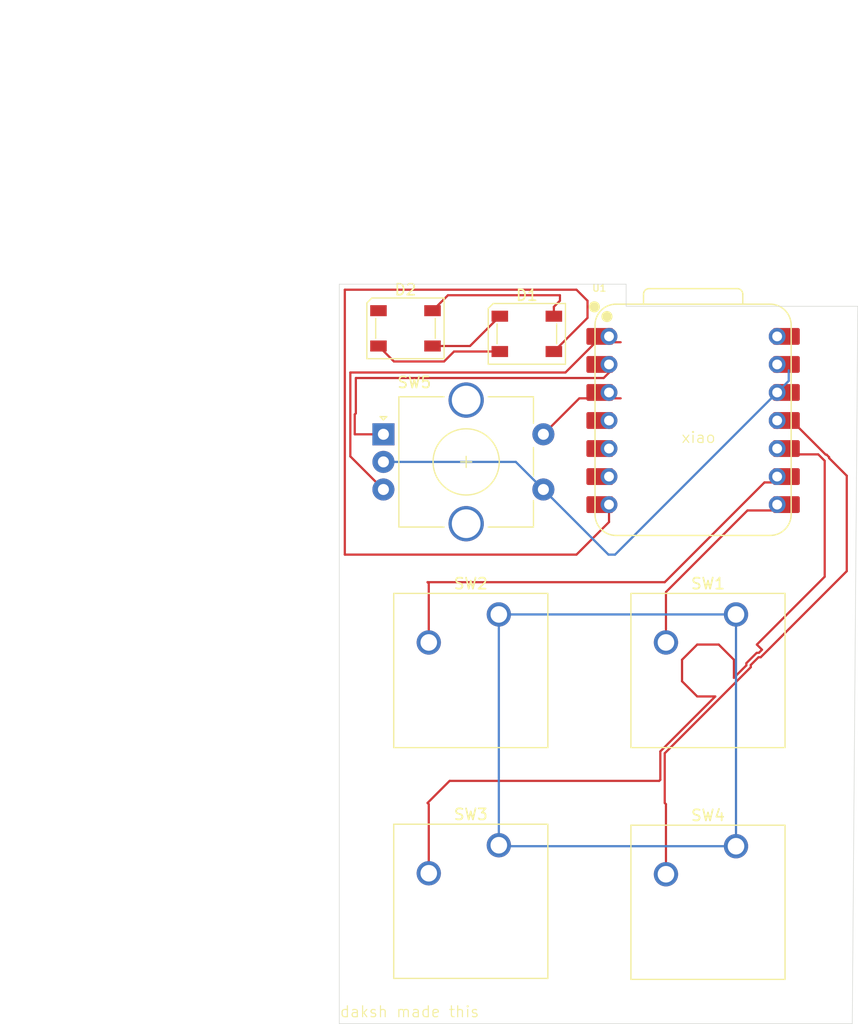
<source format=kicad_pcb>
(kicad_pcb (version 20241229) (generator "pcbnew") (generator_version "9.0")
  (layers (0 "F.Cu" signal) (2 "B.Cu" signal) (13 "F.Paste" user) (15 "B.Paste" user) (5 "F.SilkS" user "F.Silkscreen") (7 "B.SilkS" user "B.Silkscreen") (1 "F.Mask" user) (3 "B.Mask" user) (25 "Edge.Cuts" user))
  (net 0 "")
  (net 1 "Net-(D1-VSS)")
  (net 2 "+5V")
  (net 3 "Net-(D1-VDD)")
  (net 4 "GND")
  (net 6 "Net-(U1-GPIO1{slash}RX)")
  (net 7 "Net-(U1-GPIO2{slash}SCK)")
  (net 8 "Net-(U1-GPIO4{slash}MISO)")
  (net 9 "Net-(U1-GPIO3{slash}MOSI)")
  (net 10 "Net-(U1-GPIO27{slash}ADC1{slash}A1)")
  (net 11 "Net-(U1-GPIO28{slash}ADC2{slash}A2)")
  (net 12 "Net-(U1-GPIO26{slash}ADC0{slash}A0)")
  (net 13 "Net-(U1-GND)")
  (footprint "LED_SMD:LED_SK6812_PLCC4_5.0x5.0mm_P3.2mm" (layer "F.Cu") (at 119 68)
    (property "Reference" "D2" (at 0 -3.5 0) (layer "F.SilkS"))
    (property "Value" "SK6812")
    (fp_line (start -3.5 -2.3) (end -3.5 2.75) (stroke (width 0.12)) (layer "F.SilkS"))
    (fp_line (start -3.05 -2.75) (end -3.5 -2.3) (stroke (width 0.12)) (layer "F.SilkS"))
    (fp_line (start -2.7 -0.9) (end -2.7 0.9) (stroke (width 0.12)) (layer "F.SilkS"))
    (fp_line (start 2.7 -0.9) (end 2.7 0.9) (stroke (width 0.12)) (layer "F.SilkS"))
    (fp_line (start 3.5 -2.75) (end -3.05 -2.75) (stroke (width 0.12)) (layer "F.SilkS"))
    (fp_line (start 3.5 2.75) (end -3.5 2.75) (stroke (width 0.12)) (layer "F.SilkS"))
    (fp_line (start 3.5 2.75) (end 3.5 -2.75) (stroke (width 0.12)) (layer "F.SilkS"))
    (pad "1" smd rect (at -2.45 -1.6 180) (size 1.5 1) (layers "F.Cu" "F.Mask" "F.Paste"))
    (pad "2" smd rect (at -2.45 1.6 180) (size 1.5 1) (layers "F.Cu" "F.Mask" "F.Paste") (net 4 "GND"))
    (pad "3" smd rect (at 2.45 1.6 180) (size 1.5 1) (layers "F.Cu" "F.Mask" "F.Paste") (net 1 "Net-(D1-VSS)"))
    (pad "4" smd rect (at 2.45 -1.6 180) (size 1.5 1) (layers "F.Cu" "F.Mask" "F.Paste") (net 2 "+5V"))
  )
  (footprint "Rotary_Encoder:RotaryEncoder_Alps_EC11E-Switch_Vertical_H20mm_CircularMountingHoles" (layer "F.Cu") (at 117 77.6)
    (property "Reference" "SW5" (at 2.8 -4.7 0) (layer "F.SilkS"))
    (property "Value" "RotaryEncoder_Switch")
    (fp_line (start -0.3 -1.6) (end 0.3 -1.6) (stroke (width 0.12)) (layer "F.SilkS"))
    (fp_line (start 0 -1.3) (end -0.3 -1.6) (stroke (width 0.12)) (layer "F.SilkS"))
    (fp_line (start 0.3 -1.6) (end 0 -1.3) (stroke (width 0.12)) (layer "F.SilkS"))
    (fp_line (start 1.4 -3.4) (end 1.4 8.4) (stroke (width 0.12)) (layer "F.SilkS"))
    (fp_line (start 5.5 -3.4) (end 1.4 -3.4) (stroke (width 0.12)) (layer "F.SilkS"))
    (fp_line (start 5.5 8.4) (end 1.4 8.4) (stroke (width 0.12)) (layer "F.SilkS"))
    (fp_line (start 7 2.5) (end 8 2.5) (stroke (width 0.12)) (layer "F.SilkS"))
    (fp_line (start 7.5 2) (end 7.5 3) (stroke (width 0.12)) (layer "F.SilkS"))
    (fp_line (start 9.5 -3.4) (end 13.6 -3.4) (stroke (width 0.12)) (layer "F.SilkS"))
    (fp_line (start 13.6 -3.4) (end 13.6 -1) (stroke (width 0.12)) (layer "F.SilkS"))
    (fp_line (start 13.6 1.2) (end 13.6 3.8) (stroke (width 0.12)) (layer "F.SilkS"))
    (fp_line (start 13.6 6) (end 13.6 8.4) (stroke (width 0.12)) (layer "F.SilkS"))
    (fp_line (start 13.6 8.4) (end 9.5 8.4) (stroke (width 0.12)) (layer "F.SilkS"))
    (fp_circle (center 7.5 2.5) (end 10.5 2.5) (stroke (width 0.12)) (fill no) (layer "F.SilkS"))
    (pad "A" thru_hole rect (at 0 0) (size 2 2) (drill 1) (layers "*.Cu" "*.Mask") (net 10 "Net-(U1-GPIO27{slash}ADC1{slash}A1)"))
    (pad "B" thru_hole circle (at 0 5) (size 2 2) (drill 1) (layers "*.Cu" "*.Mask") (net 12 "Net-(U1-GPIO26{slash}ADC0{slash}A0)"))
    (pad "C" thru_hole circle (at 0 2.5) (size 2 2) (drill 1) (layers "*.Cu" "*.Mask") (net 13 "Net-(U1-GND)"))
    (pad "MP" thru_hole circle (at 7.5 -3.1) (size 3.2 3.2) (drill 2.6) (layers "*.Cu" "*.Mask"))
    (pad "MP" thru_hole circle (at 7.5 8.1) (size 3.2 3.2) (drill 2.6) (layers "*.Cu" "*.Mask"))
    (pad "S1" thru_hole circle (at 14.5 5) (size 2 2) (drill 1) (layers "*.Cu" "*.Mask") (net 13 "Net-(U1-GND)"))
    (pad "S2" thru_hole circle (at 14.5 0) (size 2 2) (drill 1) (layers "*.Cu" "*.Mask") (net 11 "Net-(U1-GPIO28{slash}ADC2{slash}A2)"))
  )
  (footprint "Button_Switch_Keyboard:SW_Cherry_MX_1.00u_PCB" (layer "F.Cu") (at 148.96 93.92)
    (property "Reference" "SW1" (at -2.54 -2.794 0) (layer "F.SilkS"))
    (property "Value" "SW_Push")
    (fp_line (start -9.525 -1.905) (end 4.445 -1.905) (stroke (width 0.12)) (layer "F.SilkS"))
    (fp_line (start -9.525 12.065) (end -9.525 -1.905) (stroke (width 0.12)) (layer "F.SilkS"))
    (fp_line (start 4.445 -1.905) (end 4.445 12.065) (stroke (width 0.12)) (layer "F.SilkS"))
    (fp_line (start 4.445 12.065) (end -9.525 12.065) (stroke (width 0.12)) (layer "F.SilkS"))
    (pad "" np_thru_hole circle (at -7.62 5.08) (size 1.7 1.7) (drill 1.7) (layers "*.Cu" "*.Mask"))
    (pad "" np_thru_hole circle (at -2.54 5.08) (size 4 4) (drill 4) (layers "*.Cu" "*.Mask"))
    (pad "" np_thru_hole circle (at 2.54 5.08) (size 1.7 1.7) (drill 1.7) (layers "*.Cu" "*.Mask"))
    (pad "1" thru_hole circle (at 0 0) (size 2.2 2.2) (drill 1.5) (layers "*.Cu" "*.Mask") (net 4 "GND"))
    (pad "2" thru_hole circle (at -6.35 2.54) (size 2.2 2.2) (drill 1.5) (layers "*.Cu" "*.Mask") (net 6 "Net-(U1-GPIO1{slash}RX)"))
  )
  (footprint "Button_Switch_Keyboard:SW_Cherry_MX_1.00u_PCB" (layer "F.Cu") (at 148.96 114.92)
    (property "Reference" "SW4" (at -2.54 -2.794 0) (layer "F.SilkS"))
    (property "Value" "SW_Push")
    (fp_line (start -9.525 -1.905) (end 4.445 -1.905) (stroke (width 0.12)) (layer "F.SilkS"))
    (fp_line (start -9.525 12.065) (end -9.525 -1.905) (stroke (width 0.12)) (layer "F.SilkS"))
    (fp_line (start 4.445 -1.905) (end 4.445 12.065) (stroke (width 0.12)) (layer "F.SilkS"))
    (fp_line (start 4.445 12.065) (end -9.525 12.065) (stroke (width 0.12)) (layer "F.SilkS"))
    (pad "" np_thru_hole circle (at -7.62 5.08) (size 1.7 1.7) (drill 1.7) (layers "*.Cu" "*.Mask"))
    (pad "" np_thru_hole circle (at -2.54 5.08) (size 4 4) (drill 4) (layers "*.Cu" "*.Mask"))
    (pad "" np_thru_hole circle (at 2.54 5.08) (size 1.7 1.7) (drill 1.7) (layers "*.Cu" "*.Mask"))
    (pad "1" thru_hole circle (at 0 0) (size 2.2 2.2) (drill 1.5) (layers "*.Cu" "*.Mask") (net 4 "GND"))
    (pad "2" thru_hole circle (at -6.35 2.54) (size 2.2 2.2) (drill 1.5) (layers "*.Cu" "*.Mask") (net 9 "Net-(U1-GPIO3{slash}MOSI)"))
  )
  (footprint "LED_SMD:LED_SK6812_PLCC4_5.0x5.0mm_P3.2mm" (layer "F.Cu") (at 130 68.5)
    (property "Reference" "D1" (at 0 -3.5 0) (layer "F.SilkS"))
    (property "Value" "SK6812")
    (fp_line (start -3.5 -2.3) (end -3.5 2.75) (stroke (width 0.12)) (layer "F.SilkS"))
    (fp_line (start -3.05 -2.75) (end -3.5 -2.3) (stroke (width 0.12)) (layer "F.SilkS"))
    (fp_line (start -2.7 -0.9) (end -2.7 0.9) (stroke (width 0.12)) (layer "F.SilkS"))
    (fp_line (start 2.7 -0.9) (end 2.7 0.9) (stroke (width 0.12)) (layer "F.SilkS"))
    (fp_line (start 3.5 -2.75) (end -3.05 -2.75) (stroke (width 0.12)) (layer "F.SilkS"))
    (fp_line (start 3.5 2.75) (end -3.5 2.75) (stroke (width 0.12)) (layer "F.SilkS"))
    (fp_line (start 3.5 2.75) (end 3.5 -2.75) (stroke (width 0.12)) (layer "F.SilkS"))
    (pad "1" smd rect (at -2.45 -1.6 180) (size 1.5 1) (layers "F.Cu" "F.Mask" "F.Paste") (net 1 "Net-(D1-VSS)"))
    (pad "2" smd rect (at -2.45 1.6 180) (size 1.5 1) (layers "F.Cu" "F.Mask" "F.Paste") (net 4 "GND"))
    (pad "3" smd rect (at 2.45 1.6 180) (size 1.5 1) (layers "F.Cu" "F.Mask" "F.Paste") (net 3 "Net-(D1-VDD)"))
    (pad "4" smd rect (at 2.45 -1.6 180) (size 1.5 1) (layers "F.Cu" "F.Mask" "F.Paste") (net 2 "+5V"))
  )
  (footprint "Button_Switch_Keyboard:SW_Cherry_MX_1.00u_PCB" (layer "F.Cu") (at 127.46 93.92)
    (property "Reference" "SW2" (at -2.54 -2.794 0) (layer "F.SilkS"))
    (property "Value" "SW_Push")
    (fp_line (start -9.525 -1.905) (end 4.445 -1.905) (stroke (width 0.12)) (layer "F.SilkS"))
    (fp_line (start -9.525 12.065) (end -9.525 -1.905) (stroke (width 0.12)) (layer "F.SilkS"))
    (fp_line (start 4.445 -1.905) (end 4.445 12.065) (stroke (width 0.12)) (layer "F.SilkS"))
    (fp_line (start 4.445 12.065) (end -9.525 12.065) (stroke (width 0.12)) (layer "F.SilkS"))
    (pad "" np_thru_hole circle (at -7.62 5.08) (size 1.7 1.7) (drill 1.7) (layers "*.Cu" "*.Mask"))
    (pad "" np_thru_hole circle (at -2.54 5.08) (size 4 4) (drill 4) (layers "*.Cu" "*.Mask"))
    (pad "" np_thru_hole circle (at 2.54 5.08) (size 1.7 1.7) (drill 1.7) (layers "*.Cu" "*.Mask"))
    (pad "1" thru_hole circle (at 0 0) (size 2.2 2.2) (drill 1.5) (layers "*.Cu" "*.Mask") (net 4 "GND"))
    (pad "2" thru_hole circle (at -6.35 2.54) (size 2.2 2.2) (drill 1.5) (layers "*.Cu" "*.Mask") (net 7 "Net-(U1-GPIO2{slash}SCK)"))
  )
  (footprint "Seeed Studio XIAO Series Library:XIAO-RP2040-DIP" (layer "F.Cu") (at 145.07 76.35)
    (property "Reference" "U1" (at -8.5 -12 0) (layer "F.SilkS") (effects (font (size 0.635 0.635) (thickness 0.1016))))
    (property "Value" "XIAO-RP2040-DIP")
    (fp_line (start -8.89 8.509) (end -8.89 -8.636) (stroke (width 0.127)) (layer "F.SilkS"))
    (fp_line (start -6.985 10.414) (end 6.985 10.414) (stroke (width 0.127)) (layer "F.SilkS"))
    (fp_line (start -4.495 -10.541) (end -4.491272 -11.451272) (stroke (width 0.127)) (layer "F.SilkS"))
    (fp_line (start -3.991272 -11.951) (end 4.004 -11.951) (stroke (width 0.127)) (layer "F.SilkS"))
    (fp_line (start 4.504 -11.451) (end 4.504 -10.541) (stroke (width 0.127)) (layer "F.SilkS"))
    (fp_line (start 6.985 -10.541) (end -6.985 -10.541) (stroke (width 0.1)) (layer "F.SilkS"))
    (fp_line (start 6.985 -10.541) (end -6.985 -10.541) (stroke (width 0.127)) (layer "F.SilkS"))
    (fp_line (start 8.89 8.509) (end 8.89 -8.636) (stroke (width 0.127)) (layer "F.SilkS"))
    (fp_arc (start -8.89 -8.636) (mid -8.332038 -9.983038) (end -6.985 -10.541) (stroke (width 0.127)) (layer "F.SilkS"))
    (fp_arc (start -6.985 10.414) (mid -8.332038 9.856038) (end -8.89 8.509) (stroke (width 0.127)) (layer "F.SilkS"))
    (fp_arc (start -4.491272 -11.451272) (mid -4.344728 -11.80464) (end -3.991272 -11.951) (stroke (width 0.127)) (layer "F.SilkS"))
    (fp_arc (start 4.004 -11.951) (mid 4.357553 -11.804553) (end 4.504 -11.451) (stroke (width 0.127)) (layer "F.SilkS"))
    (fp_arc (start 6.985 -10.541) (mid 8.332038 -9.983038) (end 8.89 -8.636) (stroke (width 0.127)) (layer "F.SilkS"))
    (fp_arc (start 8.89 8.509) (mid 8.332038 9.856038) (end 6.985 10.414) (stroke (width 0.127)) (layer "F.SilkS"))
    (fp_circle (center -8.95 -10.3) (end -8.95 -10.554) (stroke (width 0.5)) (fill yes) (layer "F.SilkS"))
    (fp_circle (center -7.807 -9.42) (end -7.807 -9.674) (stroke (width 0.5)) (fill yes) (layer "F.SilkS"))
    (pad "1" smd roundrect (at -8.455 -7.62 180) (size 2.432 1.524) (layers "F.Cu" "F.Mask") (roundrect_rratio 0.1) (net 12 "Net-(U1-GPIO26{slash}ADC0{slash}A0)"))
    (pad "1" thru_hole circle (at -7.62 -7.62 180) (size 1.524 1.524) (drill 0.889) (layers "*.Cu" "*.Mask") (net 12 "Net-(U1-GPIO26{slash}ADC0{slash}A0)"))
    (pad "2" smd roundrect (at -8.455 -5.08 180) (size 2.432 1.524) (layers "F.Cu" "F.Mask") (roundrect_rratio 0.1) (net 10 "Net-(U1-GPIO27{slash}ADC1{slash}A1)"))
    (pad "2" thru_hole circle (at -7.62 -5.08 180) (size 1.524 1.524) (drill 0.889) (layers "*.Cu" "*.Mask") (net 10 "Net-(U1-GPIO27{slash}ADC1{slash}A1)"))
    (pad "3" smd roundrect (at -8.455 -2.54 180) (size 2.432 1.524) (layers "F.Cu" "F.Mask") (roundrect_rratio 0.1) (net 11 "Net-(U1-GPIO28{slash}ADC2{slash}A2)"))
    (pad "3" thru_hole circle (at -7.62 -2.54 180) (size 1.524 1.524) (drill 0.889) (layers "*.Cu" "*.Mask") (net 11 "Net-(U1-GPIO28{slash}ADC2{slash}A2)"))
    (pad "4" smd roundrect (at -8.455 0 180) (size 2.432 1.524) (layers "F.Cu" "F.Mask") (roundrect_rratio 0.1))
    (pad "4" thru_hole circle (at -7.62 0 180) (size 1.524 1.524) (drill 0.889) (layers "*.Cu" "*.Mask"))
    (pad "5" smd roundrect (at -8.455 2.54 180) (size 2.432 1.524) (layers "F.Cu" "F.Mask") (roundrect_rratio 0.1))
    (pad "5" thru_hole circle (at -7.62 2.54 180) (size 1.524 1.524) (drill 0.889) (layers "*.Cu" "*.Mask"))
    (pad "6" smd roundrect (at -8.455 5.08 180) (size 2.432 1.524) (layers "F.Cu" "F.Mask") (roundrect_rratio 0.1))
    (pad "6" thru_hole circle (at -7.62 5.08 180) (size 1.524 1.524) (drill 0.889) (layers "*.Cu" "*.Mask"))
    (pad "7" smd roundrect (at -8.455 7.62 180) (size 2.432 1.524) (layers "F.Cu" "F.Mask") (roundrect_rratio 0.1) (net 3 "Net-(D1-VDD)"))
    (pad "7" thru_hole circle (at -7.62 7.62 180) (size 1.524 1.524) (drill 0.889) (layers "*.Cu" "*.Mask") (net 3 "Net-(D1-VDD)"))
    (pad "8" thru_hole circle (at 7.62 7.62) (size 1.524 1.524) (drill 0.889) (layers "*.Cu" "*.Mask") (net 6 "Net-(U1-GPIO1{slash}RX)"))
    (pad "8" smd roundrect (at 8.455 7.62) (size 2.432 1.524) (layers "F.Cu" "F.Mask") (roundrect_rratio 0.1) (net 6 "Net-(U1-GPIO1{slash}RX)"))
    (pad "9" thru_hole circle (at 7.62 5.08) (size 1.524 1.524) (drill 0.889) (layers "*.Cu" "*.Mask") (net 7 "Net-(U1-GPIO2{slash}SCK)"))
    (pad "9" smd roundrect (at 8.455 5.08) (size 2.432 1.524) (layers "F.Cu" "F.Mask") (roundrect_rratio 0.1) (net 7 "Net-(U1-GPIO2{slash}SCK)"))
    (pad "10" thru_hole circle (at 7.62 2.54) (size 1.524 1.524) (drill 0.889) (layers "*.Cu" "*.Mask") (net 8 "Net-(U1-GPIO4{slash}MISO)"))
    (pad "10" smd roundrect (at 8.455 2.54) (size 2.432 1.524) (layers "F.Cu" "F.Mask") (roundrect_rratio 0.1) (net 8 "Net-(U1-GPIO4{slash}MISO)"))
    (pad "11" thru_hole circle (at 7.62 0) (size 1.524 1.524) (drill 0.889) (layers "*.Cu" "*.Mask") (net 9 "Net-(U1-GPIO3{slash}MOSI)"))
    (pad "11" smd roundrect (at 8.455 0) (size 2.432 1.524) (layers "F.Cu" "F.Mask") (roundrect_rratio 0.1) (net 9 "Net-(U1-GPIO3{slash}MOSI)"))
    (pad "12" thru_hole circle (at 7.62 -2.54) (size 1.524 1.524) (drill 0.889) (layers "*.Cu" "*.Mask"))
    (pad "12" smd roundrect (at 8.455 -2.54) (size 2.432 1.524) (layers "F.Cu" "F.Mask") (roundrect_rratio 0.1))
    (pad "13" thru_hole circle (at 7.62 -5.08) (size 1.524 1.524) (drill 0.889) (layers "*.Cu" "*.Mask") (net 13 "Net-(U1-GND)"))
    (pad "13" smd roundrect (at 8.455 -5.08) (size 2.432 1.524) (layers "F.Cu" "F.Mask") (roundrect_rratio 0.1) (net 13 "Net-(U1-GND)"))
    (pad "14" thru_hole circle (at 7.62 -7.62) (size 1.524 1.524) (drill 0.889) (layers "*.Cu" "*.Mask"))
    (pad "14" smd roundrect (at 8.455 -7.62) (size 2.432 1.524) (layers "F.Cu" "F.Mask") (roundrect_rratio 0.1))
  )
  (footprint "Button_Switch_Keyboard:SW_Cherry_MX_1.00u_PCB" (layer "F.Cu") (at 127.46 114.83)
    (property "Reference" "SW3" (at -2.54 -2.794 0) (layer "F.SilkS"))
    (property "Value" "SW_Push")
    (fp_line (start -9.525 -1.905) (end 4.445 -1.905) (stroke (width 0.12)) (layer "F.SilkS"))
    (fp_line (start -9.525 12.065) (end -9.525 -1.905) (stroke (width 0.12)) (layer "F.SilkS"))
    (fp_line (start 4.445 -1.905) (end 4.445 12.065) (stroke (width 0.12)) (layer "F.SilkS"))
    (fp_line (start 4.445 12.065) (end -9.525 12.065) (stroke (width 0.12)) (layer "F.SilkS"))
    (pad "" np_thru_hole circle (at -7.62 5.08) (size 1.7 1.7) (drill 1.7) (layers "*.Cu" "*.Mask"))
    (pad "" np_thru_hole circle (at -2.54 5.08) (size 4 4) (drill 4) (layers "*.Cu" "*.Mask"))
    (pad "" np_thru_hole circle (at 2.54 5.08) (size 1.7 1.7) (drill 1.7) (layers "*.Cu" "*.Mask"))
    (pad "1" thru_hole circle (at 0 0) (size 2.2 2.2) (drill 1.5) (layers "*.Cu" "*.Mask") (net 4 "GND"))
    (pad "2" thru_hole circle (at -6.35 2.54) (size 2.2 2.2) (drill 1.5) (layers "*.Cu" "*.Mask") (net 8 "Net-(U1-GPIO4{slash}MISO)"))
  )
  (gr_line (start 139 64) (end 113 64) (stroke (width 0.05)) (layer "Edge.Cuts"))
  (gr_line (start 139 66) (end 139 64) (stroke (width 0.05)) (layer "Edge.Cuts"))
  (gr_line (start 160 66) (end 139 66) (stroke (width 0.05)) (layer "Edge.Cuts"))
  (gr_line (start 113 64) (end 113 131) (stroke (width 0.05)) (layer "Edge.Cuts"))
  (gr_line (start 113 131) (end 159.5 131) (stroke (width 0.05)) (layer "Edge.Cuts"))
  (gr_line (start 159.5 131) (end 160 66) (stroke (width 0.05)) (layer "Edge.Cuts"))
  (gr_text "xiao\n" (at 143.95 78.47 0) (layer "F.SilkS") (effects (font (size 1 1) (thickness 0.1)) (justify left bottom)))
  (gr_text "daksh made this" (at 113 130.5 0) (layer "F.SilkS") (effects (font (size 1 1) (thickness 0.1)) (justify left bottom)))
  (segment (start 121.45 69.6) (end 124.85 69.6) (width 0.2) (layer "F.Cu") (net 1))
  (segment (start 124.85 69.6) (end 127.55 66.9) (width 0.2) (layer "F.Cu") (net 1))
  (segment (start 133 65.5) (end 132.45 66.05) (width 0.2) (layer "F.Cu") (net 2))
  (segment (start 121.45 66.4) (end 122.85 65) (width 0.2) (layer "F.Cu") (net 2))
  (segment (start 133 65) (end 133 65.5) (width 0.2) (layer "F.Cu") (net 2))
  (segment (start 132.45 66.05) (end 132.45 66.9) (width 0.2) (layer "F.Cu") (net 2))
  (segment (start 122.85 65) (end 133 65) (width 0.2) (layer "F.Cu") (net 2))
  (segment (start 135.5 67.05) (end 132.45 70.1) (width 0.2) (layer "F.Cu") (net 3))
  (segment (start 134.5 88.5) (end 113.5 88.5) (width 0.2) (layer "F.Cu") (net 3))
  (segment (start 113.5 88.5) (end 113.5 64.5) (width 0.2) (layer "F.Cu") (net 3))
  (segment (start 137.45 85.55) (end 137.45 83.97) (width 0.2) (layer "F.Cu") (net 3))
  (segment (start 134.5 88.5) (end 137.45 85.55) (width 0.2) (layer "F.Cu") (net 3))
  (segment (start 134.5 64.5) (end 135.5 65.5) (width 0.2) (layer "F.Cu") (net 3))
  (segment (start 113.5 64.5) (end 134.5 64.5) (width 0.2) (layer "F.Cu") (net 3))
  (segment (start 135.5 65.5) (end 135.5 67.05) (width 0.2) (layer "F.Cu") (net 3))
  (segment (start 117.95 71) (end 116.55 69.6) (width 0.2) (layer "F.Cu") (net 4))
  (segment (start 127.55 70.1) (end 123.4 70.1) (width 0.2) (layer "F.Cu") (net 4))
  (segment (start 123.4 70.1) (end 122.5 71) (width 0.2) (layer "F.Cu") (net 4))
  (segment (start 122.5 71) (end 117.95 71) (width 0.2) (layer "F.Cu") (net 4))
  (segment (start 148.96 93.92) (end 148.96 114.92) (width 0.2) (layer "B.Cu") (net 4))
  (segment (start 127.46 114.83) (end 127.46 93.92) (width 0.2) (layer "B.Cu") (net 4))
  (segment (start 127.46 114.83) (end 127.55 114.92) (width 0.2) (layer "B.Cu") (net 4))
  (segment (start 148.96 114.92) (end 127.55 114.92) (width 0.2) (layer "B.Cu") (net 4))
  (segment (start 127.46 93.92) (end 126.480108 93.92) (width 0.2) (layer "B.Cu") (net 4))
  (segment (start 127.46 93.92) (end 148.96 93.92) (width 0.2) (layer "B.Cu") (net 4))
  (segment (start 150 84.5) (end 142.61 91.89) (width 0.2) (layer "F.Cu") (net 6))
  (segment (start 153.74 84.5) (end 150 84.5) (width 0.2) (layer "F.Cu") (net 6))
  (segment (start 142.61 91.89) (end 142.61 96.46) (width 0.2) (layer "F.Cu") (net 6))
  (segment (start 121.11 91.11) (end 121.11 96.46) (width 0.2) (layer "F.Cu") (net 7))
  (segment (start 121 91) (end 121.11 91.11) (width 0.2) (layer "F.Cu") (net 7))
  (segment (start 151.54 81.96) (end 142.5 91) (width 0.2) (layer "F.Cu") (net 7))
  (segment (start 153.74 81.96) (end 151.54 81.96) (width 0.2) (layer "F.Cu") (net 7))
  (segment (start 142.5 91) (end 121 91) (width 0.2) (layer "F.Cu") (net 7))
  (segment (start 145.446184 101.351) (end 147.0819 101.351) (width 0.2) (layer "F.Cu") (net 8))
  (segment (start 157 90.5) (end 150.849235 96.650765) (width 0.2) (layer "F.Cu") (net 8))
  (segment (start 147.0819 101.351) (end 142.099 106.3339) (width 0.2) (layer "F.Cu") (net 8))
  (segment (start 150.83643 97.398) (end 149.898 98.33643) (width 0.2) (layer "F.Cu") (net 8))
  (segment (start 144.069 98.026184) (end 144.069 99.973816) (width 0.2) (layer "F.Cu") (net 8))
  (segment (start 148.771 99.6619) (end 148.771 98.026184) (width 0.2) (layer "F.Cu") (net 8))
  (segment (start 121.11 111.11) (end 121.11 117.37) (width 0.2) (layer "F.Cu") (net 8))
  (segment (start 123 109) (end 121 111) (width 0.2) (layer "F.Cu") (net 8))
  (segment (start 142 109) (end 123 109) (width 0.2) (layer "F.Cu") (net 8))
  (segment (start 147.393816 96.649) (end 145.446184 96.649) (width 0.2) (layer "F.Cu") (net 8))
  (segment (start 121 111) (end 121.11 111.11) (width 0.2) (layer "F.Cu") (net 8))
  (segment (start 157 80) (end 157 90.5) (width 0.2) (layer "F.Cu") (net 8))
  (segment (start 150.849235 96.650765) (end 151.315685 97.117215) (width 0.2) (layer "F.Cu") (net 8))
  (segment (start 156.42 79.42) (end 154.575 79.42) (width 0.2) (layer "F.Cu") (net 8))
  (segment (start 148.771 98.026184) (end 147.393816 96.649) (width 0.2) (layer "F.Cu") (net 8))
  (segment (start 144.069 99.973816) (end 145.446184 101.351) (width 0.2) (layer "F.Cu") (net 8))
  (segment (start 149.898 98.33643) (end 149.898 98.5349) (width 0.2) (layer "F.Cu") (net 8))
  (segment (start 149.898 98.5349) (end 148.771 99.6619) (width 0.2) (layer "F.Cu") (net 8))
  (segment (start 151.0349 97.398) (end 150.83643 97.398) (width 0.2) (layer "F.Cu") (net 8))
  (segment (start 142.099 108.901) (end 142 109) (width 0.2) (layer "F.Cu") (net 8))
  (segment (start 145.446184 96.649) (end 144.069 98.026184) (width 0.2) (layer "F.Cu") (net 8))
  (segment (start 142.099 106.3339) (end 142.099 108.901) (width 0.2) (layer "F.Cu") (net 8))
  (segment (start 151.315685 97.117215) (end 151.0349 97.398) (width 0.2) (layer "F.Cu") (net 8))
  (segment (start 157 80) (end 156.42 79.42) (width 0.2) (layer "F.Cu") (net 8))
  (segment (start 157.1661 79.439) (end 157.401 79.6739) (width 0.2) (layer "F.Cu") (net 9))
  (segment (start 150.299 98.50253) (end 150.299 98.701) (width 0.2) (layer "F.Cu") (net 9))
  (segment (start 159 90) (end 151.201 97.799) (width 0.2) (layer "F.Cu") (net 9))
  (segment (start 142.5 106.5) (end 142.5 111) (width 0.2) (layer "F.Cu") (net 9))
  (segment (start 153.74 76.88) (end 154.525411 76.88) (width 0.2) (layer "F.Cu") (net 9))
  (segment (start 157.401 79.6739) (end 157.401 79.755589) (width 0.2) (layer "F.Cu") (net 9))
  (segment (start 157.084411 79.439) (end 157.1661 79.439) (width 0.2) (layer "F.Cu") (net 9))
  (segment (start 151.00253 97.799) (end 150.299 98.50253) (width 0.2) (layer "F.Cu") (net 9))
  (segment (start 151.201 97.799) (end 151.00253 97.799) (width 0.2) (layer "F.Cu") (net 9))
  (segment (start 154.525411 76.88) (end 157.084411 79.439) (width 0.2) (layer "F.Cu") (net 9))
  (segment (start 159 81.354589) (end 159 90) (width 0.2) (layer "F.Cu") (net 9))
  (segment (start 142.61 111.11) (end 142.61 117.46) (width 0.2) (layer "F.Cu") (net 9))
  (segment (start 142.5 111) (end 142.61 111.11) (width 0.2) (layer "F.Cu") (net 9))
  (segment (start 157.401 79.755589) (end 159 81.354589) (width 0.2) (layer "F.Cu") (net 9))
  (segment (start 150.299 98.701) (end 142.5 106.5) (width 0.2) (layer "F.Cu") (net 9))
  (segment (start 114.401 75.799) (end 114.5 75.7) (width 0.2) (layer "F.Cu") (net 10))
  (segment (start 114.5 72.5) (end 136.965 72.5) (width 0.2) (layer "F.Cu") (net 10))
  (segment (start 117 77.6) (end 114.401 77.6) (width 0.2) (layer "F.Cu") (net 10))
  (segment (start 136.965 72.5) (end 137.665 71.8) (width 0.2) (layer "F.Cu") (net 10))
  (segment (start 114.401 77.6) (end 114.401 75.799) (width 0.2) (layer "F.Cu") (net 10))
  (segment (start 114.5 75.7) (end 114.5 72.5) (width 0.2) (layer "F.Cu") (net 10))
  (segment (start 138.5 74.34) (end 134.76 74.34) (width 0.2) (layer "F.Cu") (net 11))
  (segment (start 134.76 74.34) (end 131.5 77.6) (width 0.2) (layer "F.Cu") (net 11))
  (segment (start 136.24 69.26) (end 133.5 72) (width 0.2) (layer "F.Cu") (net 12))
  (segment (start 114 72) (end 114 79.6) (width 0.2) (layer "F.Cu") (net 12))
  (segment (start 133.5 72) (end 114 72) (width 0.2) (layer "F.Cu") (net 12))
  (segment (start 138.5 69.26) (end 136.24 69.26) (width 0.2) (layer "F.Cu") (net 12))
  (segment (start 114 79.6) (end 117 82.6) (width 0.2) (layer "F.Cu") (net 12))
  (segment (start 153.74 72.76) (end 138 88.5) (width 0.2) (layer "B.Cu") (net 13))
  (segment (start 138 88.5) (end 137.4 88.5) (width 0.2) (layer "B.Cu") (net 13))
  (segment (start 129 80.1) (end 117 80.1) (width 0.2) (layer "B.Cu") (net 13))
  (segment (start 131.5 82.6) (end 129 80.1) (width 0.2) (layer "B.Cu") (net 13))
  (segment (start 153.74 71.8) (end 153.74 72.76) (width 0.2) (layer "B.Cu") (net 13))
  (segment (start 137.4 88.5) (end 131.5 82.6) (width 0.2) (layer "B.Cu") (net 13))
)
</source>
